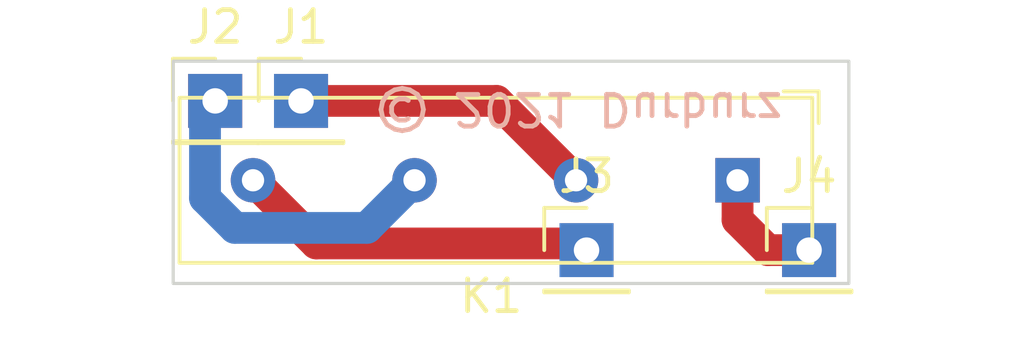
<source format=kicad_pcb>
(kicad_pcb (version 20171130) (host pcbnew 5.1.10)

  (general
    (thickness 1.6)
    (drawings 2)
    (tracks 13)
    (zones 0)
    (modules 5)
    (nets 5)
  )

  (page A4)
  (layers
    (0 F.Cu signal)
    (31 B.Cu signal)
    (32 B.Adhes user)
    (33 F.Adhes user)
    (34 B.Paste user)
    (35 F.Paste user)
    (36 B.SilkS user)
    (37 F.SilkS user)
    (38 B.Mask user)
    (39 F.Mask user)
    (40 Dwgs.User user)
    (41 Cmts.User user)
    (42 Eco1.User user)
    (43 Eco2.User user)
    (44 Edge.Cuts user)
    (45 Margin user)
    (46 B.CrtYd user)
    (47 F.CrtYd user)
    (48 B.Fab user)
    (49 F.Fab user)
  )

  (setup
    (last_trace_width 0.25)
    (trace_clearance 0.2)
    (zone_clearance 0.508)
    (zone_45_only no)
    (trace_min 0.2)
    (via_size 0.8)
    (via_drill 0.4)
    (via_min_size 0.4)
    (via_min_drill 0.3)
    (uvia_size 0.3)
    (uvia_drill 0.1)
    (uvias_allowed no)
    (uvia_min_size 0.2)
    (uvia_min_drill 0.1)
    (edge_width 0.05)
    (segment_width 0.2)
    (pcb_text_width 0.3)
    (pcb_text_size 1.5 1.5)
    (mod_edge_width 0.12)
    (mod_text_size 1 1)
    (mod_text_width 0.15)
    (pad_size 1.7 1.7)
    (pad_drill 0.8)
    (pad_to_mask_clearance 0)
    (aux_axis_origin 0 0)
    (visible_elements FFFFFF7F)
    (pcbplotparams
      (layerselection 0x010fc_ffffffff)
      (usegerberextensions false)
      (usegerberattributes true)
      (usegerberadvancedattributes true)
      (creategerberjobfile true)
      (excludeedgelayer true)
      (linewidth 0.100000)
      (plotframeref false)
      (viasonmask false)
      (mode 1)
      (useauxorigin false)
      (hpglpennumber 1)
      (hpglpenspeed 20)
      (hpglpendiameter 15.000000)
      (psnegative false)
      (psa4output false)
      (plotreference false)
      (plotvalue false)
      (plotinvisibletext false)
      (padsonsilk false)
      (subtractmaskfromsilk false)
      (outputformat 1)
      (mirror false)
      (drillshape 0)
      (scaleselection 1)
      (outputdirectory "gerber/"))
  )

  (net 0 "")
  (net 1 "Net-(J1-Pad1)")
  (net 2 "Net-(J2-Pad1)")
  (net 3 "Net-(J3-Pad1)")
  (net 4 "Net-(J4-Pad1)")

  (net_class Default "This is the default net class."
    (clearance 0.2)
    (trace_width 0.25)
    (via_dia 0.8)
    (via_drill 0.4)
    (uvia_dia 0.3)
    (uvia_drill 0.1)
  )

  (net_class thicc ""
    (clearance 0.2)
    (trace_width 1)
    (via_dia 0.8)
    (via_drill 0.4)
    (uvia_dia 0.3)
    (uvia_drill 0.1)
    (add_net "Net-(J1-Pad1)")
    (add_net "Net-(J2-Pad1)")
    (add_net "Net-(J3-Pad1)")
    (add_net "Net-(J4-Pad1)")
  )

  (module Connector_PinHeader_2.54mm:PinHeader_1x01_P2.54mm_Vertical (layer F.Cu) (tedit 60EEA220) (tstamp 60EEFC1A)
    (at 13.32 13.25)
    (descr "Through hole straight pin header, 1x01, 2.54mm pitch, single row")
    (tags "Through hole pin header THT 1x01 2.54mm single row")
    (path /60EF8135)
    (fp_text reference J2 (at 0 -2.33) (layer F.SilkS)
      (effects (font (size 1 1) (thickness 0.15)))
    )
    (fp_text value Conn_01x01_Male (at 0 2.33) (layer F.Fab)
      (effects (font (size 1 1) (thickness 0.15)))
    )
    (fp_line (start -0.635 -1.27) (end 1.27 -1.27) (layer F.Fab) (width 0.1))
    (fp_line (start 1.27 -1.27) (end 1.27 1.27) (layer F.Fab) (width 0.1))
    (fp_line (start 1.27 1.27) (end -1.27 1.27) (layer F.Fab) (width 0.1))
    (fp_line (start -1.27 1.27) (end -1.27 -0.635) (layer F.Fab) (width 0.1))
    (fp_line (start -1.27 -0.635) (end -0.635 -1.27) (layer F.Fab) (width 0.1))
    (fp_line (start -1.33 1.33) (end 1.33 1.33) (layer F.SilkS) (width 0.12))
    (fp_line (start -1.33 1.27) (end -1.33 1.33) (layer F.SilkS) (width 0.12))
    (fp_line (start 1.33 1.27) (end 1.33 1.33) (layer F.SilkS) (width 0.12))
    (fp_line (start -1.33 1.27) (end 1.33 1.27) (layer F.SilkS) (width 0.12))
    (fp_line (start -1.33 0) (end -1.33 -1.33) (layer F.SilkS) (width 0.12))
    (fp_line (start -1.33 -1.33) (end 0 -1.33) (layer F.SilkS) (width 0.12))
    (fp_line (start -1.8 -1.8) (end -1.8 1.8) (layer F.CrtYd) (width 0.05))
    (fp_line (start -1.8 1.8) (end 1.8 1.8) (layer F.CrtYd) (width 0.05))
    (fp_line (start 1.8 1.8) (end 1.8 -1.8) (layer F.CrtYd) (width 0.05))
    (fp_line (start 1.8 -1.8) (end -1.8 -1.8) (layer F.CrtYd) (width 0.05))
    (fp_text user %R (at 0 0) (layer F.Fab)
      (effects (font (size 1 1) (thickness 0.15)))
    )
    (pad 1 thru_hole rect (at 0 0) (size 1.7 1.7) (drill 0.8) (layers *.Cu *.Mask)
      (net 2 "Net-(J2-Pad1)"))
    (model ${KISYS3DMOD}/Connector_PinHeader_2.54mm.3dshapes/PinHeader_1x01_P2.54mm_Vertical.wrl
      (at (xyz 0 0 0))
      (scale (xyz 1 1 1))
      (rotate (xyz 0 0 0))
    )
  )

  (module Connector_PinHeader_2.54mm:PinHeader_1x01_P2.54mm_Vertical (layer F.Cu) (tedit 60EEA22A) (tstamp 60EEFC2F)
    (at 16.02 13.25)
    (descr "Through hole straight pin header, 1x01, 2.54mm pitch, single row")
    (tags "Through hole pin header THT 1x01 2.54mm single row")
    (path /60EF87E2)
    (fp_text reference J1 (at 0 -2.33) (layer F.SilkS)
      (effects (font (size 1 1) (thickness 0.15)))
    )
    (fp_text value Conn_01x01_Male (at 0 2.33) (layer F.Fab)
      (effects (font (size 1 1) (thickness 0.15)))
    )
    (fp_line (start 1.8 -1.8) (end -1.8 -1.8) (layer F.CrtYd) (width 0.05))
    (fp_line (start 1.8 1.8) (end 1.8 -1.8) (layer F.CrtYd) (width 0.05))
    (fp_line (start -1.8 1.8) (end 1.8 1.8) (layer F.CrtYd) (width 0.05))
    (fp_line (start -1.8 -1.8) (end -1.8 1.8) (layer F.CrtYd) (width 0.05))
    (fp_line (start -1.33 -1.33) (end 0 -1.33) (layer F.SilkS) (width 0.12))
    (fp_line (start -1.33 0) (end -1.33 -1.33) (layer F.SilkS) (width 0.12))
    (fp_line (start -1.33 1.27) (end 1.33 1.27) (layer F.SilkS) (width 0.12))
    (fp_line (start 1.33 1.27) (end 1.33 1.33) (layer F.SilkS) (width 0.12))
    (fp_line (start -1.33 1.27) (end -1.33 1.33) (layer F.SilkS) (width 0.12))
    (fp_line (start -1.33 1.33) (end 1.33 1.33) (layer F.SilkS) (width 0.12))
    (fp_line (start -1.27 -0.635) (end -0.635 -1.27) (layer F.Fab) (width 0.1))
    (fp_line (start -1.27 1.27) (end -1.27 -0.635) (layer F.Fab) (width 0.1))
    (fp_line (start 1.27 1.27) (end -1.27 1.27) (layer F.Fab) (width 0.1))
    (fp_line (start 1.27 -1.27) (end 1.27 1.27) (layer F.Fab) (width 0.1))
    (fp_line (start -0.635 -1.27) (end 1.27 -1.27) (layer F.Fab) (width 0.1))
    (fp_text user %R (at 0 0 90) (layer F.Fab)
      (effects (font (size 1 1) (thickness 0.15)))
    )
    (pad 1 thru_hole rect (at 0 0) (size 1.7 1.7) (drill 0.8) (layers *.Cu *.Mask)
      (net 1 "Net-(J1-Pad1)"))
    (model ${KISYS3DMOD}/Connector_PinHeader_2.54mm.3dshapes/PinHeader_1x01_P2.54mm_Vertical.wrl
      (at (xyz 0 0 0))
      (scale (xyz 1 1 1))
      (rotate (xyz 0 0 0))
    )
  )

  (module Connector_PinHeader_2.54mm:PinHeader_1x01_P2.54mm_Vertical (layer F.Cu) (tedit 60EEA233) (tstamp 60EEFC44)
    (at 25 17.95)
    (descr "Through hole straight pin header, 1x01, 2.54mm pitch, single row")
    (tags "Through hole pin header THT 1x01 2.54mm single row")
    (path /60EF8C70)
    (fp_text reference J3 (at 0 -2.33) (layer F.SilkS)
      (effects (font (size 1 1) (thickness 0.15)))
    )
    (fp_text value Conn_01x01_Male (at 0 2.33) (layer F.Fab)
      (effects (font (size 1 1) (thickness 0.15)))
    )
    (fp_line (start -0.635 -1.27) (end 1.27 -1.27) (layer F.Fab) (width 0.1))
    (fp_line (start 1.27 -1.27) (end 1.27 1.27) (layer F.Fab) (width 0.1))
    (fp_line (start 1.27 1.27) (end -1.27 1.27) (layer F.Fab) (width 0.1))
    (fp_line (start -1.27 1.27) (end -1.27 -0.635) (layer F.Fab) (width 0.1))
    (fp_line (start -1.27 -0.635) (end -0.635 -1.27) (layer F.Fab) (width 0.1))
    (fp_line (start -1.33 1.33) (end 1.33 1.33) (layer F.SilkS) (width 0.12))
    (fp_line (start -1.33 1.27) (end -1.33 1.33) (layer F.SilkS) (width 0.12))
    (fp_line (start 1.33 1.27) (end 1.33 1.33) (layer F.SilkS) (width 0.12))
    (fp_line (start -1.33 1.27) (end 1.33 1.27) (layer F.SilkS) (width 0.12))
    (fp_line (start -1.33 0) (end -1.33 -1.33) (layer F.SilkS) (width 0.12))
    (fp_line (start -1.33 -1.33) (end 0 -1.33) (layer F.SilkS) (width 0.12))
    (fp_line (start -1.8 -1.8) (end -1.8 1.8) (layer F.CrtYd) (width 0.05))
    (fp_line (start -1.8 1.8) (end 1.8 1.8) (layer F.CrtYd) (width 0.05))
    (fp_line (start 1.8 1.8) (end 1.8 -1.8) (layer F.CrtYd) (width 0.05))
    (fp_line (start 1.8 -1.8) (end -1.8 -1.8) (layer F.CrtYd) (width 0.05))
    (fp_text user %R (at 0 0 90) (layer F.Fab)
      (effects (font (size 1 1) (thickness 0.15)))
    )
    (pad 1 thru_hole rect (at 0 0) (size 1.7 1.7) (drill 0.8) (layers *.Cu *.Mask)
      (net 3 "Net-(J3-Pad1)"))
    (model ${KISYS3DMOD}/Connector_PinHeader_2.54mm.3dshapes/PinHeader_1x01_P2.54mm_Vertical.wrl
      (at (xyz 0 0 0))
      (scale (xyz 1 1 1))
      (rotate (xyz 0 0 0))
    )
  )

  (module Connector_PinHeader_2.54mm:PinHeader_1x01_P2.54mm_Vertical (layer F.Cu) (tedit 60EEA243) (tstamp 60EEFC59)
    (at 32 17.95)
    (descr "Through hole straight pin header, 1x01, 2.54mm pitch, single row")
    (tags "Through hole pin header THT 1x01 2.54mm single row")
    (path /60EFA063)
    (fp_text reference J4 (at 0 -2.33) (layer F.SilkS)
      (effects (font (size 1 1) (thickness 0.15)))
    )
    (fp_text value Conn_01x01_Male (at 0 2.33) (layer F.Fab)
      (effects (font (size 1 1) (thickness 0.15)))
    )
    (fp_line (start -0.635 -1.27) (end 1.27 -1.27) (layer F.Fab) (width 0.1))
    (fp_line (start 1.27 -1.27) (end 1.27 1.27) (layer F.Fab) (width 0.1))
    (fp_line (start 1.27 1.27) (end -1.27 1.27) (layer F.Fab) (width 0.1))
    (fp_line (start -1.27 1.27) (end -1.27 -0.635) (layer F.Fab) (width 0.1))
    (fp_line (start -1.27 -0.635) (end -0.635 -1.27) (layer F.Fab) (width 0.1))
    (fp_line (start -1.33 1.33) (end 1.33 1.33) (layer F.SilkS) (width 0.12))
    (fp_line (start -1.33 1.27) (end -1.33 1.33) (layer F.SilkS) (width 0.12))
    (fp_line (start 1.33 1.27) (end 1.33 1.33) (layer F.SilkS) (width 0.12))
    (fp_line (start -1.33 1.27) (end 1.33 1.27) (layer F.SilkS) (width 0.12))
    (fp_line (start -1.33 0) (end -1.33 -1.33) (layer F.SilkS) (width 0.12))
    (fp_line (start -1.33 -1.33) (end 0 -1.33) (layer F.SilkS) (width 0.12))
    (fp_line (start -1.8 -1.8) (end -1.8 1.8) (layer F.CrtYd) (width 0.05))
    (fp_line (start -1.8 1.8) (end 1.8 1.8) (layer F.CrtYd) (width 0.05))
    (fp_line (start 1.8 1.8) (end 1.8 -1.8) (layer F.CrtYd) (width 0.05))
    (fp_line (start 1.8 -1.8) (end -1.8 -1.8) (layer F.CrtYd) (width 0.05))
    (fp_text user %R (at 0 0 90) (layer F.Fab)
      (effects (font (size 1 1) (thickness 0.15)))
    )
    (pad 1 thru_hole rect (at 0 0) (size 1.7 1.7) (drill 0.8) (layers *.Cu *.Mask)
      (net 4 "Net-(J4-Pad1)"))
    (model ${KISYS3DMOD}/Connector_PinHeader_2.54mm.3dshapes/PinHeader_1x01_P2.54mm_Vertical.wrl
      (at (xyz 0 0 0))
      (scale (xyz 1 1 1))
      (rotate (xyz 0 0 0))
    )
  )

  (module Relay_THT:Relay_SPST_StandexMeder_SIL_Form1A (layer F.Cu) (tedit 5A54B0D5) (tstamp 60EEFC9B)
    (at 29.75 15.75 180)
    (descr "Standex-Meder SIL-relais, Form 1A, see https://standexelectronics.com/wp-content/uploads/datasheet_reed_relay_SIL.pdf")
    (tags "Standex Meder SIL reed relais")
    (path /60EE9D4E)
    (fp_text reference K1 (at 7.75 -3.65) (layer F.SilkS)
      (effects (font (size 1 1) (thickness 0.15)))
    )
    (fp_text value SILxx-1Axx-71x (at 7.65 3.55) (layer F.Fab)
      (effects (font (size 1 1) (thickness 0.15)))
    )
    (fp_line (start -2.55 2.8) (end -2.55 1.8) (layer F.SilkS) (width 0.12))
    (fp_line (start -1.45 2.8) (end -2.55 2.8) (layer F.SilkS) (width 0.12))
    (fp_line (start -2.35 2.6) (end -2.35 -2.6) (layer F.SilkS) (width 0.12))
    (fp_line (start 17.55 2.6) (end -2.35 2.6) (layer F.SilkS) (width 0.12))
    (fp_line (start 17.55 -2.6) (end 17.55 2.6) (layer F.SilkS) (width 0.12))
    (fp_line (start -2.35 -2.6) (end 17.55 -2.6) (layer F.SilkS) (width 0.12))
    (fp_line (start -1.5 2.51674) (end -2.3 1.66674) (layer F.Fab) (width 0.12))
    (fp_line (start 17.5 2.51674) (end -1.5 2.51674) (layer F.Fab) (width 0.12))
    (fp_line (start 17.5 -2.58326) (end 17.5 2.51674) (layer F.Fab) (width 0.12))
    (fp_line (start -2.3 -2.58326) (end 17.5 -2.58326) (layer F.Fab) (width 0.12))
    (fp_line (start -2.3 1.66674) (end -2.3 -2.58326) (layer F.Fab) (width 0.12))
    (fp_line (start -2.55 -2.8) (end 17.75 -2.8) (layer F.CrtYd) (width 0.05))
    (fp_line (start -2.55 -2.8) (end -2.55 2.8) (layer F.CrtYd) (width 0.05))
    (fp_line (start 17.75 2.8) (end 17.75 -2.8) (layer F.CrtYd) (width 0.05))
    (fp_line (start 17.75 2.8) (end -2.55 2.8) (layer F.CrtYd) (width 0.05))
    (fp_text user %R (at 7.75 0) (layer F.Fab)
      (effects (font (size 1 1) (thickness 0.15)))
    )
    (pad 7 thru_hole circle (at 15.24 0 180) (size 1.4 1.4) (drill 0.7) (layers *.Cu *.Mask)
      (net 3 "Net-(J3-Pad1)"))
    (pad 5 thru_hole circle (at 10.16 0 180) (size 1.4 1.4) (drill 0.7) (layers *.Cu *.Mask)
      (net 2 "Net-(J2-Pad1)"))
    (pad 3 thru_hole circle (at 5.08 0 180) (size 1.4 1.4) (drill 0.7) (layers *.Cu *.Mask)
      (net 1 "Net-(J1-Pad1)"))
    (pad 1 thru_hole rect (at 0 0 180) (size 1.4 1.4) (drill 0.7) (layers *.Cu *.Mask)
      (net 4 "Net-(J4-Pad1)"))
    (model ${KISYS3DMOD}/Relay_THT.3dshapes/Relay_SPST_StandexMeder_SIL_Form1A.wrl
      (at (xyz 0 0 0))
      (scale (xyz 1 1 1))
      (rotate (xyz 0 0 0))
    )
  )

  (gr_poly (pts (xy 33.25 19) (xy 12 19) (xy 12 12) (xy 33.25 12)) (layer Edge.Cuts) (width 0.1))
  (gr_text "© 2021 Durburz" (at 24.75 13.5 180) (layer B.SilkS)
    (effects (font (size 1 1) (thickness 0.15)) (justify mirror))
  )

  (segment (start 22.17 13.25) (end 24.67 15.75) (width 1) (layer F.Cu) (net 1))
  (segment (start 16.02 13.25) (end 22.17 13.25) (width 1) (layer F.Cu) (net 1))
  (segment (start 13.32 13.25) (end 13 13.57) (width 1) (layer B.Cu) (net 2))
  (segment (start 13 16.312002) (end 13.937998 17.25) (width 1) (layer B.Cu) (net 2))
  (segment (start 13 13.57) (end 13 16.312002) (width 1) (layer B.Cu) (net 2))
  (segment (start 18.09 17.25) (end 19.59 15.75) (width 1) (layer B.Cu) (net 2))
  (segment (start 13.937998 17.25) (end 18.09 17.25) (width 1) (layer B.Cu) (net 2))
  (segment (start 14.51 15.75) (end 16.5 17.74) (width 1) (layer F.Cu) (net 3))
  (segment (start 24.79 17.74) (end 25 17.95) (width 1) (layer F.Cu) (net 3))
  (segment (start 16.5 17.74) (end 24.79 17.74) (width 1) (layer F.Cu) (net 3))
  (segment (start 29.75 15.75) (end 29.75 17) (width 1) (layer F.Cu) (net 4))
  (segment (start 30.7 17.95) (end 32 17.95) (width 1) (layer F.Cu) (net 4))
  (segment (start 29.75 17) (end 30.7 17.95) (width 1) (layer F.Cu) (net 4))

)

</source>
